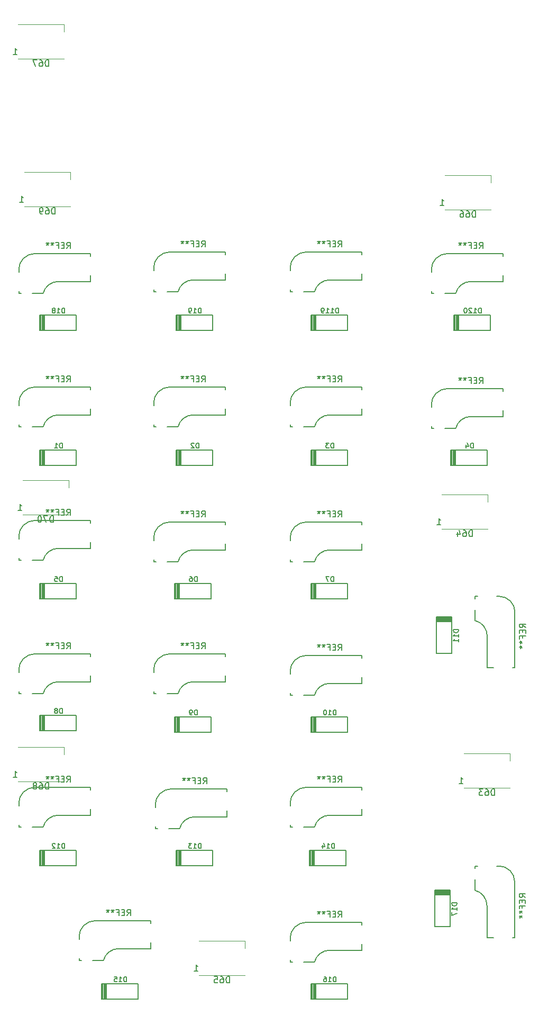
<source format=gbo>
G04 #@! TF.GenerationSoftware,KiCad,Pcbnew,(5.1.6)-1*
G04 #@! TF.CreationDate,2020-06-08T17:18:55+12:00*
G04 #@! TF.ProjectId,discipad-pcb,64697363-6970-4616-942d-7063622e6b69,rev?*
G04 #@! TF.SameCoordinates,Original*
G04 #@! TF.FileFunction,Legend,Bot*
G04 #@! TF.FilePolarity,Positive*
%FSLAX46Y46*%
G04 Gerber Fmt 4.6, Leading zero omitted, Abs format (unit mm)*
G04 Created by KiCad (PCBNEW (5.1.6)-1) date 2020-06-08 17:18:55*
%MOMM*%
%LPD*%
G01*
G04 APERTURE LIST*
%ADD10C,0.150000*%
%ADD11C,0.120000*%
%ADD12C,0.200000*%
G04 APERTURE END LIST*
D10*
X3862493Y-61774493D02*
X3862493Y-62155493D01*
X15292493Y-59234493D02*
X15292493Y-60250493D01*
X15292493Y-60250493D02*
X10212493Y-60250493D01*
X7748331Y-62155493D02*
X6021493Y-62155493D01*
X4243493Y-62155493D02*
X3862493Y-62155493D01*
X3862493Y-58345493D02*
X3862493Y-58726493D01*
X6402493Y-55805493D02*
X15292493Y-55805493D01*
X15292493Y-55805493D02*
X15292493Y-56186493D01*
X7748331Y-62174453D02*
G75*
G02*
X10212493Y-60250493I2464162J-616040D01*
G01*
X3862493Y-58345493D02*
G75*
G02*
X6402493Y-55805493I2540000J0D01*
G01*
X69902493Y-83364493D02*
X69902493Y-83745493D01*
X81332493Y-80824493D02*
X81332493Y-81840493D01*
X81332493Y-81840493D02*
X76252493Y-81840493D01*
X73788331Y-83745493D02*
X72061493Y-83745493D01*
X70283493Y-83745493D02*
X69902493Y-83745493D01*
X69902493Y-79935493D02*
X69902493Y-80316493D01*
X72442493Y-77395493D02*
X81332493Y-77395493D01*
X81332493Y-77395493D02*
X81332493Y-77776493D01*
X73788331Y-83764453D02*
G75*
G02*
X76252493Y-81840493I2464162J-616040D01*
G01*
X69902493Y-79935493D02*
G75*
G02*
X72442493Y-77395493I2540000J0D01*
G01*
X77304493Y-110589493D02*
X76923493Y-110589493D01*
X79844493Y-122019493D02*
X78828493Y-122019493D01*
X78828493Y-122019493D02*
X78828493Y-116939493D01*
X76923493Y-114475331D02*
X76923493Y-112748493D01*
X76923493Y-110970493D02*
X76923493Y-110589493D01*
X80733493Y-110589493D02*
X80352493Y-110589493D01*
X83273493Y-113129493D02*
X83273493Y-122019493D01*
X83273493Y-122019493D02*
X82892493Y-122019493D01*
X76904533Y-114475331D02*
G75*
G02*
X78828493Y-116939493I-616040J-2464162D01*
G01*
X80733493Y-110589493D02*
G75*
G02*
X83273493Y-113129493I0J-2540000D01*
G01*
X77268493Y-153722493D02*
X76887493Y-153722493D01*
X79808493Y-165152493D02*
X78792493Y-165152493D01*
X78792493Y-165152493D02*
X78792493Y-160072493D01*
X76887493Y-157608331D02*
X76887493Y-155881493D01*
X76887493Y-154103493D02*
X76887493Y-153722493D01*
X80697493Y-153722493D02*
X80316493Y-153722493D01*
X83237493Y-156262493D02*
X83237493Y-165152493D01*
X83237493Y-165152493D02*
X82856493Y-165152493D01*
X76868533Y-157608331D02*
G75*
G02*
X78792493Y-160072493I-616040J-2464162D01*
G01*
X80697493Y-153722493D02*
G75*
G02*
X83237493Y-156262493I0J-2540000D01*
G01*
X47296493Y-168708493D02*
X47296493Y-169089493D01*
X58726493Y-166168493D02*
X58726493Y-167184493D01*
X58726493Y-167184493D02*
X53646493Y-167184493D01*
X51182331Y-169089493D02*
X49455493Y-169089493D01*
X47677493Y-169089493D02*
X47296493Y-169089493D01*
X47296493Y-165279493D02*
X47296493Y-165660493D01*
X49836493Y-162739493D02*
X58726493Y-162739493D01*
X58726493Y-162739493D02*
X58726493Y-163120493D01*
X51182331Y-169108453D02*
G75*
G02*
X53646493Y-167184493I2464162J-616040D01*
G01*
X47296493Y-165279493D02*
G75*
G02*
X49836493Y-162739493I2540000J0D01*
G01*
X47296493Y-126036493D02*
X47296493Y-126417493D01*
X58726493Y-123496493D02*
X58726493Y-124512493D01*
X58726493Y-124512493D02*
X53646493Y-124512493D01*
X51182331Y-126417493D02*
X49455493Y-126417493D01*
X47677493Y-126417493D02*
X47296493Y-126417493D01*
X47296493Y-122607493D02*
X47296493Y-122988493D01*
X49836493Y-120067493D02*
X58726493Y-120067493D01*
X58726493Y-120067493D02*
X58726493Y-120448493D01*
X51182331Y-126436453D02*
G75*
G02*
X53646493Y-124512493I2464162J-616040D01*
G01*
X47296493Y-122607493D02*
G75*
G02*
X49836493Y-120067493I2540000J0D01*
G01*
X47296493Y-104700493D02*
X47296493Y-105081493D01*
X58726493Y-102160493D02*
X58726493Y-103176493D01*
X58726493Y-103176493D02*
X53646493Y-103176493D01*
X51182331Y-105081493D02*
X49455493Y-105081493D01*
X47677493Y-105081493D02*
X47296493Y-105081493D01*
X47296493Y-101271493D02*
X47296493Y-101652493D01*
X49836493Y-98731493D02*
X58726493Y-98731493D01*
X58726493Y-98731493D02*
X58726493Y-99112493D01*
X51182331Y-105100453D02*
G75*
G02*
X53646493Y-103176493I2464162J-616040D01*
G01*
X47296493Y-101271493D02*
G75*
G02*
X49836493Y-98731493I2540000J0D01*
G01*
X47296493Y-83110493D02*
X47296493Y-83491493D01*
X58726493Y-80570493D02*
X58726493Y-81586493D01*
X58726493Y-81586493D02*
X53646493Y-81586493D01*
X51182331Y-83491493D02*
X49455493Y-83491493D01*
X47677493Y-83491493D02*
X47296493Y-83491493D01*
X47296493Y-79681493D02*
X47296493Y-80062493D01*
X49836493Y-77141493D02*
X58726493Y-77141493D01*
X58726493Y-77141493D02*
X58726493Y-77522493D01*
X51182331Y-83510453D02*
G75*
G02*
X53646493Y-81586493I2464162J-616040D01*
G01*
X47296493Y-79681493D02*
G75*
G02*
X49836493Y-77141493I2540000J0D01*
G01*
X47296493Y-61520493D02*
X47296493Y-61901493D01*
X58726493Y-58980493D02*
X58726493Y-59996493D01*
X58726493Y-59996493D02*
X53646493Y-59996493D01*
X51182331Y-61901493D02*
X49455493Y-61901493D01*
X47677493Y-61901493D02*
X47296493Y-61901493D01*
X47296493Y-58091493D02*
X47296493Y-58472493D01*
X49836493Y-55551493D02*
X58726493Y-55551493D01*
X58726493Y-55551493D02*
X58726493Y-55932493D01*
X51182331Y-61920453D02*
G75*
G02*
X53646493Y-59996493I2464162J-616040D01*
G01*
X47296493Y-58091493D02*
G75*
G02*
X49836493Y-55551493I2540000J0D01*
G01*
X25706493Y-147372493D02*
X25706493Y-147753493D01*
X37136493Y-144832493D02*
X37136493Y-145848493D01*
X37136493Y-145848493D02*
X32056493Y-145848493D01*
X29592331Y-147753493D02*
X27865493Y-147753493D01*
X26087493Y-147753493D02*
X25706493Y-147753493D01*
X25706493Y-143943493D02*
X25706493Y-144324493D01*
X28246493Y-141403493D02*
X37136493Y-141403493D01*
X37136493Y-141403493D02*
X37136493Y-141784493D01*
X29592331Y-147772453D02*
G75*
G02*
X32056493Y-145848493I2464162J-616040D01*
G01*
X25706493Y-143943493D02*
G75*
G02*
X28246493Y-141403493I2540000J0D01*
G01*
X25452493Y-125782493D02*
X25452493Y-126163493D01*
X36882493Y-123242493D02*
X36882493Y-124258493D01*
X36882493Y-124258493D02*
X31802493Y-124258493D01*
X29338331Y-126163493D02*
X27611493Y-126163493D01*
X25833493Y-126163493D02*
X25452493Y-126163493D01*
X25452493Y-122353493D02*
X25452493Y-122734493D01*
X27992493Y-119813493D02*
X36882493Y-119813493D01*
X36882493Y-119813493D02*
X36882493Y-120194493D01*
X29338331Y-126182453D02*
G75*
G02*
X31802493Y-124258493I2464162J-616040D01*
G01*
X25452493Y-122353493D02*
G75*
G02*
X27992493Y-119813493I2540000J0D01*
G01*
X25452493Y-104700493D02*
X25452493Y-105081493D01*
X36882493Y-102160493D02*
X36882493Y-103176493D01*
X36882493Y-103176493D02*
X31802493Y-103176493D01*
X29338331Y-105081493D02*
X27611493Y-105081493D01*
X25833493Y-105081493D02*
X25452493Y-105081493D01*
X25452493Y-101271493D02*
X25452493Y-101652493D01*
X27992493Y-98731493D02*
X36882493Y-98731493D01*
X36882493Y-98731493D02*
X36882493Y-99112493D01*
X29338331Y-105100453D02*
G75*
G02*
X31802493Y-103176493I2464162J-616040D01*
G01*
X25452493Y-101271493D02*
G75*
G02*
X27992493Y-98731493I2540000J0D01*
G01*
X25452493Y-83110493D02*
X25452493Y-83491493D01*
X36882493Y-80570493D02*
X36882493Y-81586493D01*
X36882493Y-81586493D02*
X31802493Y-81586493D01*
X29338331Y-83491493D02*
X27611493Y-83491493D01*
X25833493Y-83491493D02*
X25452493Y-83491493D01*
X25452493Y-79681493D02*
X25452493Y-80062493D01*
X27992493Y-77141493D02*
X36882493Y-77141493D01*
X36882493Y-77141493D02*
X36882493Y-77522493D01*
X29338331Y-83510453D02*
G75*
G02*
X31802493Y-81586493I2464162J-616040D01*
G01*
X25452493Y-79681493D02*
G75*
G02*
X27992493Y-77141493I2540000J0D01*
G01*
X3862493Y-147118493D02*
X3862493Y-147499493D01*
X15292493Y-144578493D02*
X15292493Y-145594493D01*
X15292493Y-145594493D02*
X10212493Y-145594493D01*
X7748331Y-147499493D02*
X6021493Y-147499493D01*
X4243493Y-147499493D02*
X3862493Y-147499493D01*
X3862493Y-143689493D02*
X3862493Y-144070493D01*
X6402493Y-141149493D02*
X15292493Y-141149493D01*
X15292493Y-141149493D02*
X15292493Y-141530493D01*
X7748331Y-147518453D02*
G75*
G02*
X10212493Y-145594493I2464162J-616040D01*
G01*
X3862493Y-143689493D02*
G75*
G02*
X6402493Y-141149493I2540000J0D01*
G01*
X13514493Y-168454493D02*
X13514493Y-168835493D01*
X24944493Y-165914493D02*
X24944493Y-166930493D01*
X24944493Y-166930493D02*
X19864493Y-166930493D01*
X17400331Y-168835493D02*
X15673493Y-168835493D01*
X13895493Y-168835493D02*
X13514493Y-168835493D01*
X13514493Y-165025493D02*
X13514493Y-165406493D01*
X16054493Y-162485493D02*
X24944493Y-162485493D01*
X24944493Y-162485493D02*
X24944493Y-162866493D01*
X17400331Y-168854453D02*
G75*
G02*
X19864493Y-166930493I2464162J-616040D01*
G01*
X13514493Y-165025493D02*
G75*
G02*
X16054493Y-162485493I2540000J0D01*
G01*
X47296493Y-147118493D02*
X47296493Y-147499493D01*
X58726493Y-144578493D02*
X58726493Y-145594493D01*
X58726493Y-145594493D02*
X53646493Y-145594493D01*
X51182331Y-147499493D02*
X49455493Y-147499493D01*
X47677493Y-147499493D02*
X47296493Y-147499493D01*
X47296493Y-143689493D02*
X47296493Y-144070493D01*
X49836493Y-141149493D02*
X58726493Y-141149493D01*
X58726493Y-141149493D02*
X58726493Y-141530493D01*
X51182331Y-147518453D02*
G75*
G02*
X53646493Y-145594493I2464162J-616040D01*
G01*
X47296493Y-143689493D02*
G75*
G02*
X49836493Y-141149493I2540000J0D01*
G01*
X3862493Y-125782493D02*
X3862493Y-126163493D01*
X15292493Y-123242493D02*
X15292493Y-124258493D01*
X15292493Y-124258493D02*
X10212493Y-124258493D01*
X7748331Y-126163493D02*
X6021493Y-126163493D01*
X4243493Y-126163493D02*
X3862493Y-126163493D01*
X3862493Y-122353493D02*
X3862493Y-122734493D01*
X6402493Y-119813493D02*
X15292493Y-119813493D01*
X15292493Y-119813493D02*
X15292493Y-120194493D01*
X7748331Y-126182453D02*
G75*
G02*
X10212493Y-124258493I2464162J-616040D01*
G01*
X3862493Y-122353493D02*
G75*
G02*
X6402493Y-119813493I2540000J0D01*
G01*
X3862493Y-104446493D02*
X3862493Y-104827493D01*
X15292493Y-101906493D02*
X15292493Y-102922493D01*
X15292493Y-102922493D02*
X10212493Y-102922493D01*
X7748331Y-104827493D02*
X6021493Y-104827493D01*
X4243493Y-104827493D02*
X3862493Y-104827493D01*
X3862493Y-101017493D02*
X3862493Y-101398493D01*
X6402493Y-98477493D02*
X15292493Y-98477493D01*
X15292493Y-98477493D02*
X15292493Y-98858493D01*
X7748331Y-104846453D02*
G75*
G02*
X10212493Y-102922493I2464162J-616040D01*
G01*
X3862493Y-101017493D02*
G75*
G02*
X6402493Y-98477493I2540000J0D01*
G01*
X3862493Y-83110493D02*
X3862493Y-83491493D01*
X15292493Y-80570493D02*
X15292493Y-81586493D01*
X15292493Y-81586493D02*
X10212493Y-81586493D01*
X7748331Y-83491493D02*
X6021493Y-83491493D01*
X4243493Y-83491493D02*
X3862493Y-83491493D01*
X3862493Y-79681493D02*
X3862493Y-80062493D01*
X6402493Y-77141493D02*
X15292493Y-77141493D01*
X15292493Y-77141493D02*
X15292493Y-77522493D01*
X7748331Y-83510453D02*
G75*
G02*
X10212493Y-81586493I2464162J-616040D01*
G01*
X3862493Y-79681493D02*
G75*
G02*
X6402493Y-77141493I2540000J0D01*
G01*
X25452493Y-61520493D02*
X25452493Y-61901493D01*
X36882493Y-58980493D02*
X36882493Y-59996493D01*
X36882493Y-59996493D02*
X31802493Y-59996493D01*
X29338331Y-61901493D02*
X27611493Y-61901493D01*
X25833493Y-61901493D02*
X25452493Y-61901493D01*
X25452493Y-58091493D02*
X25452493Y-58472493D01*
X27992493Y-55551493D02*
X36882493Y-55551493D01*
X36882493Y-55551493D02*
X36882493Y-55932493D01*
X29338331Y-61920453D02*
G75*
G02*
X31802493Y-59996493I2464162J-616040D01*
G01*
X25452493Y-58091493D02*
G75*
G02*
X27992493Y-55551493I2540000J0D01*
G01*
X69902493Y-61774493D02*
X69902493Y-62155493D01*
X81332493Y-59234493D02*
X81332493Y-60250493D01*
X81332493Y-60250493D02*
X76252493Y-60250493D01*
X73788331Y-62155493D02*
X72061493Y-62155493D01*
X70283493Y-62155493D02*
X69902493Y-62155493D01*
X69902493Y-58345493D02*
X69902493Y-58726493D01*
X72442493Y-55805493D02*
X81332493Y-55805493D01*
X81332493Y-55805493D02*
X81332493Y-56186493D01*
X73788331Y-62174453D02*
G75*
G02*
X76252493Y-60250493I2464162J-616040D01*
G01*
X69902493Y-58345493D02*
G75*
G02*
X72442493Y-55805493I2540000J0D01*
G01*
D11*
X4530493Y-97544493D02*
X11830493Y-97544493D01*
X4530493Y-92044493D02*
X11830493Y-92044493D01*
X11830493Y-92044493D02*
X11830493Y-93194493D01*
X4784493Y-48268493D02*
X12084493Y-48268493D01*
X4784493Y-42768493D02*
X12084493Y-42768493D01*
X12084493Y-42768493D02*
X12084493Y-43918493D01*
X3768493Y-140216493D02*
X11068493Y-140216493D01*
X3768493Y-134716493D02*
X11068493Y-134716493D01*
X11068493Y-134716493D02*
X11068493Y-135866493D01*
X3768493Y-24646493D02*
X11068493Y-24646493D01*
X3768493Y-19146493D02*
X11068493Y-19146493D01*
X11068493Y-19146493D02*
X11068493Y-20296493D01*
X72094493Y-48776493D02*
X79394493Y-48776493D01*
X72094493Y-43276493D02*
X79394493Y-43276493D01*
X79394493Y-43276493D02*
X79394493Y-44426493D01*
X32724493Y-171204493D02*
X40024493Y-171204493D01*
X32724493Y-165704493D02*
X40024493Y-165704493D01*
X40024493Y-165704493D02*
X40024493Y-166854493D01*
X71586493Y-99830493D02*
X78886493Y-99830493D01*
X71586493Y-94330493D02*
X78886493Y-94330493D01*
X78886493Y-94330493D02*
X78886493Y-95480493D01*
X75142493Y-141232493D02*
X82442493Y-141232493D01*
X75142493Y-135732493D02*
X82442493Y-135732493D01*
X82442493Y-135732493D02*
X82442493Y-136882493D01*
D12*
X79306493Y-65654493D02*
X73506493Y-65654493D01*
X79306493Y-68054493D02*
X79306493Y-65654493D01*
X73506493Y-68054493D02*
X79306493Y-68054493D01*
X73581493Y-68054493D02*
X73581493Y-65654493D01*
X73706493Y-68054493D02*
X73706493Y-65654493D01*
X73481493Y-65654493D02*
X73481493Y-68054493D01*
X73881493Y-68054493D02*
X73881493Y-65654493D01*
X74056493Y-68054493D02*
X74056493Y-65654493D01*
X74231493Y-68054493D02*
X74231493Y-65654493D01*
X56446493Y-65654493D02*
X50646493Y-65654493D01*
X56446493Y-68054493D02*
X56446493Y-65654493D01*
X50646493Y-68054493D02*
X56446493Y-68054493D01*
X50721493Y-68054493D02*
X50721493Y-65654493D01*
X50846493Y-68054493D02*
X50846493Y-65654493D01*
X50621493Y-65654493D02*
X50621493Y-68054493D01*
X51021493Y-68054493D02*
X51021493Y-65654493D01*
X51196493Y-68054493D02*
X51196493Y-65654493D01*
X51371493Y-68054493D02*
X51371493Y-65654493D01*
X34856493Y-65654493D02*
X29056493Y-65654493D01*
X34856493Y-68054493D02*
X34856493Y-65654493D01*
X29056493Y-68054493D02*
X34856493Y-68054493D01*
X29131493Y-68054493D02*
X29131493Y-65654493D01*
X29256493Y-68054493D02*
X29256493Y-65654493D01*
X29031493Y-65654493D02*
X29031493Y-68054493D01*
X29431493Y-68054493D02*
X29431493Y-65654493D01*
X29606493Y-68054493D02*
X29606493Y-65654493D01*
X29781493Y-68054493D02*
X29781493Y-65654493D01*
X13012493Y-65654493D02*
X7212493Y-65654493D01*
X13012493Y-68054493D02*
X13012493Y-65654493D01*
X7212493Y-68054493D02*
X13012493Y-68054493D01*
X7287493Y-68054493D02*
X7287493Y-65654493D01*
X7412493Y-68054493D02*
X7412493Y-65654493D01*
X7187493Y-65654493D02*
X7187493Y-68054493D01*
X7587493Y-68054493D02*
X7587493Y-65654493D01*
X7762493Y-68054493D02*
X7762493Y-65654493D01*
X7937493Y-68054493D02*
X7937493Y-65654493D01*
X7937493Y-89644493D02*
X7937493Y-87244493D01*
X7762493Y-89644493D02*
X7762493Y-87244493D01*
X7587493Y-89644493D02*
X7587493Y-87244493D01*
X7187493Y-87244493D02*
X7187493Y-89644493D01*
X7412493Y-89644493D02*
X7412493Y-87244493D01*
X7287493Y-89644493D02*
X7287493Y-87244493D01*
X7212493Y-89644493D02*
X13012493Y-89644493D01*
X13012493Y-89644493D02*
X13012493Y-87244493D01*
X13012493Y-87244493D02*
X7212493Y-87244493D01*
X29781493Y-89644493D02*
X29781493Y-87244493D01*
X29606493Y-89644493D02*
X29606493Y-87244493D01*
X29431493Y-89644493D02*
X29431493Y-87244493D01*
X29031493Y-87244493D02*
X29031493Y-89644493D01*
X29256493Y-89644493D02*
X29256493Y-87244493D01*
X29131493Y-89644493D02*
X29131493Y-87244493D01*
X29056493Y-89644493D02*
X34856493Y-89644493D01*
X34856493Y-89644493D02*
X34856493Y-87244493D01*
X34856493Y-87244493D02*
X29056493Y-87244493D01*
X51371493Y-89644493D02*
X51371493Y-87244493D01*
X51196493Y-89644493D02*
X51196493Y-87244493D01*
X51021493Y-89644493D02*
X51021493Y-87244493D01*
X50621493Y-87244493D02*
X50621493Y-89644493D01*
X50846493Y-89644493D02*
X50846493Y-87244493D01*
X50721493Y-89644493D02*
X50721493Y-87244493D01*
X50646493Y-89644493D02*
X56446493Y-89644493D01*
X56446493Y-89644493D02*
X56446493Y-87244493D01*
X56446493Y-87244493D02*
X50646493Y-87244493D01*
X73723493Y-89644493D02*
X73723493Y-87244493D01*
X73548493Y-89644493D02*
X73548493Y-87244493D01*
X73373493Y-89644493D02*
X73373493Y-87244493D01*
X72973493Y-87244493D02*
X72973493Y-89644493D01*
X73198493Y-89644493D02*
X73198493Y-87244493D01*
X73073493Y-89644493D02*
X73073493Y-87244493D01*
X72998493Y-89644493D02*
X78798493Y-89644493D01*
X78798493Y-89644493D02*
X78798493Y-87244493D01*
X78798493Y-87244493D02*
X72998493Y-87244493D01*
X13012493Y-108580493D02*
X7212493Y-108580493D01*
X13012493Y-110980493D02*
X13012493Y-108580493D01*
X7212493Y-110980493D02*
X13012493Y-110980493D01*
X7287493Y-110980493D02*
X7287493Y-108580493D01*
X7412493Y-110980493D02*
X7412493Y-108580493D01*
X7187493Y-108580493D02*
X7187493Y-110980493D01*
X7587493Y-110980493D02*
X7587493Y-108580493D01*
X7762493Y-110980493D02*
X7762493Y-108580493D01*
X7937493Y-110980493D02*
X7937493Y-108580493D01*
X29527493Y-110980493D02*
X29527493Y-108580493D01*
X29352493Y-110980493D02*
X29352493Y-108580493D01*
X29177493Y-110980493D02*
X29177493Y-108580493D01*
X28777493Y-108580493D02*
X28777493Y-110980493D01*
X29002493Y-110980493D02*
X29002493Y-108580493D01*
X28877493Y-110980493D02*
X28877493Y-108580493D01*
X28802493Y-110980493D02*
X34602493Y-110980493D01*
X34602493Y-110980493D02*
X34602493Y-108580493D01*
X34602493Y-108580493D02*
X28802493Y-108580493D01*
X51371493Y-110980493D02*
X51371493Y-108580493D01*
X51196493Y-110980493D02*
X51196493Y-108580493D01*
X51021493Y-110980493D02*
X51021493Y-108580493D01*
X50621493Y-108580493D02*
X50621493Y-110980493D01*
X50846493Y-110980493D02*
X50846493Y-108580493D01*
X50721493Y-110980493D02*
X50721493Y-108580493D01*
X50646493Y-110980493D02*
X56446493Y-110980493D01*
X56446493Y-110980493D02*
X56446493Y-108580493D01*
X56446493Y-108580493D02*
X50646493Y-108580493D01*
X7937493Y-132062493D02*
X7937493Y-129662493D01*
X7762493Y-132062493D02*
X7762493Y-129662493D01*
X7587493Y-132062493D02*
X7587493Y-129662493D01*
X7187493Y-129662493D02*
X7187493Y-132062493D01*
X7412493Y-132062493D02*
X7412493Y-129662493D01*
X7287493Y-132062493D02*
X7287493Y-129662493D01*
X7212493Y-132062493D02*
X13012493Y-132062493D01*
X13012493Y-132062493D02*
X13012493Y-129662493D01*
X13012493Y-129662493D02*
X7212493Y-129662493D01*
X29527493Y-132316493D02*
X29527493Y-129916493D01*
X29352493Y-132316493D02*
X29352493Y-129916493D01*
X29177493Y-132316493D02*
X29177493Y-129916493D01*
X28777493Y-129916493D02*
X28777493Y-132316493D01*
X29002493Y-132316493D02*
X29002493Y-129916493D01*
X28877493Y-132316493D02*
X28877493Y-129916493D01*
X28802493Y-132316493D02*
X34602493Y-132316493D01*
X34602493Y-132316493D02*
X34602493Y-129916493D01*
X34602493Y-129916493D02*
X28802493Y-129916493D01*
X56446493Y-129916493D02*
X50646493Y-129916493D01*
X56446493Y-132316493D02*
X56446493Y-129916493D01*
X50646493Y-132316493D02*
X56446493Y-132316493D01*
X50721493Y-132316493D02*
X50721493Y-129916493D01*
X50846493Y-132316493D02*
X50846493Y-129916493D01*
X50621493Y-129916493D02*
X50621493Y-132316493D01*
X51021493Y-132316493D02*
X51021493Y-129916493D01*
X51196493Y-132316493D02*
X51196493Y-129916493D01*
X51371493Y-132316493D02*
X51371493Y-129916493D01*
X73134493Y-119692493D02*
X73134493Y-113892493D01*
X70734493Y-119692493D02*
X73134493Y-119692493D01*
X70734493Y-113892493D02*
X70734493Y-119692493D01*
X70734493Y-113967493D02*
X73134493Y-113967493D01*
X70734493Y-114092493D02*
X73134493Y-114092493D01*
X73134493Y-113867493D02*
X70734493Y-113867493D01*
X70734493Y-114267493D02*
X73134493Y-114267493D01*
X70734493Y-114442493D02*
X73134493Y-114442493D01*
X70734493Y-114617493D02*
X73134493Y-114617493D01*
X13012493Y-151252493D02*
X7212493Y-151252493D01*
X13012493Y-153652493D02*
X13012493Y-151252493D01*
X7212493Y-153652493D02*
X13012493Y-153652493D01*
X7287493Y-153652493D02*
X7287493Y-151252493D01*
X7412493Y-153652493D02*
X7412493Y-151252493D01*
X7187493Y-151252493D02*
X7187493Y-153652493D01*
X7587493Y-153652493D02*
X7587493Y-151252493D01*
X7762493Y-153652493D02*
X7762493Y-151252493D01*
X7937493Y-153652493D02*
X7937493Y-151252493D01*
X29781493Y-153652493D02*
X29781493Y-151252493D01*
X29606493Y-153652493D02*
X29606493Y-151252493D01*
X29431493Y-153652493D02*
X29431493Y-151252493D01*
X29031493Y-151252493D02*
X29031493Y-153652493D01*
X29256493Y-153652493D02*
X29256493Y-151252493D01*
X29131493Y-153652493D02*
X29131493Y-151252493D01*
X29056493Y-153652493D02*
X34856493Y-153652493D01*
X34856493Y-153652493D02*
X34856493Y-151252493D01*
X34856493Y-151252493D02*
X29056493Y-151252493D01*
X56192493Y-151252493D02*
X50392493Y-151252493D01*
X56192493Y-153652493D02*
X56192493Y-151252493D01*
X50392493Y-153652493D02*
X56192493Y-153652493D01*
X50467493Y-153652493D02*
X50467493Y-151252493D01*
X50592493Y-153652493D02*
X50592493Y-151252493D01*
X50367493Y-151252493D02*
X50367493Y-153652493D01*
X50767493Y-153652493D02*
X50767493Y-151252493D01*
X50942493Y-153652493D02*
X50942493Y-151252493D01*
X51117493Y-153652493D02*
X51117493Y-151252493D01*
X22918493Y-172588493D02*
X17118493Y-172588493D01*
X22918493Y-174988493D02*
X22918493Y-172588493D01*
X17118493Y-174988493D02*
X22918493Y-174988493D01*
X17193493Y-174988493D02*
X17193493Y-172588493D01*
X17318493Y-174988493D02*
X17318493Y-172588493D01*
X17093493Y-172588493D02*
X17093493Y-174988493D01*
X17493493Y-174988493D02*
X17493493Y-172588493D01*
X17668493Y-174988493D02*
X17668493Y-172588493D01*
X17843493Y-174988493D02*
X17843493Y-172588493D01*
X56446493Y-172588493D02*
X50646493Y-172588493D01*
X56446493Y-174988493D02*
X56446493Y-172588493D01*
X50646493Y-174988493D02*
X56446493Y-174988493D01*
X50721493Y-174988493D02*
X50721493Y-172588493D01*
X50846493Y-174988493D02*
X50846493Y-172588493D01*
X50621493Y-172588493D02*
X50621493Y-174988493D01*
X51021493Y-174988493D02*
X51021493Y-172588493D01*
X51196493Y-174988493D02*
X51196493Y-172588493D01*
X51371493Y-174988493D02*
X51371493Y-172588493D01*
X72880493Y-163380493D02*
X72880493Y-157580493D01*
X70480493Y-163380493D02*
X72880493Y-163380493D01*
X70480493Y-157580493D02*
X70480493Y-163380493D01*
X70480493Y-157655493D02*
X72880493Y-157655493D01*
X70480493Y-157780493D02*
X72880493Y-157780493D01*
X72880493Y-157555493D02*
X70480493Y-157555493D01*
X70480493Y-157955493D02*
X72880493Y-157955493D01*
X70480493Y-158130493D02*
X72880493Y-158130493D01*
X70480493Y-158305493D02*
X72880493Y-158305493D01*
D10*
X11545826Y-54987873D02*
X11879159Y-54511683D01*
X12117254Y-54987873D02*
X12117254Y-53987873D01*
X11736302Y-53987873D01*
X11641064Y-54035493D01*
X11593445Y-54083112D01*
X11545826Y-54178350D01*
X11545826Y-54321207D01*
X11593445Y-54416445D01*
X11641064Y-54464064D01*
X11736302Y-54511683D01*
X12117254Y-54511683D01*
X11117254Y-54464064D02*
X10783921Y-54464064D01*
X10641064Y-54987873D02*
X11117254Y-54987873D01*
X11117254Y-53987873D01*
X10641064Y-53987873D01*
X9879159Y-54464064D02*
X10212493Y-54464064D01*
X10212493Y-54987873D02*
X10212493Y-53987873D01*
X9736302Y-53987873D01*
X9212493Y-53987873D02*
X9212493Y-54225969D01*
X9450588Y-54130731D02*
X9212493Y-54225969D01*
X8974397Y-54130731D01*
X9355350Y-54416445D02*
X9212493Y-54225969D01*
X9069635Y-54416445D01*
X8450588Y-53987873D02*
X8450588Y-54225969D01*
X8688683Y-54130731D02*
X8450588Y-54225969D01*
X8212493Y-54130731D01*
X8593445Y-54416445D02*
X8450588Y-54225969D01*
X8307731Y-54416445D01*
X77585826Y-76577873D02*
X77919159Y-76101683D01*
X78157254Y-76577873D02*
X78157254Y-75577873D01*
X77776302Y-75577873D01*
X77681064Y-75625493D01*
X77633445Y-75673112D01*
X77585826Y-75768350D01*
X77585826Y-75911207D01*
X77633445Y-76006445D01*
X77681064Y-76054064D01*
X77776302Y-76101683D01*
X78157254Y-76101683D01*
X77157254Y-76054064D02*
X76823921Y-76054064D01*
X76681064Y-76577873D02*
X77157254Y-76577873D01*
X77157254Y-75577873D01*
X76681064Y-75577873D01*
X75919159Y-76054064D02*
X76252493Y-76054064D01*
X76252493Y-76577873D02*
X76252493Y-75577873D01*
X75776302Y-75577873D01*
X75252493Y-75577873D02*
X75252493Y-75815969D01*
X75490588Y-75720731D02*
X75252493Y-75815969D01*
X75014397Y-75720731D01*
X75395350Y-76006445D02*
X75252493Y-75815969D01*
X75109635Y-76006445D01*
X74490588Y-75577873D02*
X74490588Y-75815969D01*
X74728683Y-75720731D02*
X74490588Y-75815969D01*
X74252493Y-75720731D01*
X74633445Y-76006445D02*
X74490588Y-75815969D01*
X74347731Y-76006445D01*
X84995873Y-115606159D02*
X84519683Y-115272826D01*
X84995873Y-115034731D02*
X83995873Y-115034731D01*
X83995873Y-115415683D01*
X84043493Y-115510921D01*
X84091112Y-115558540D01*
X84186350Y-115606159D01*
X84329207Y-115606159D01*
X84424445Y-115558540D01*
X84472064Y-115510921D01*
X84519683Y-115415683D01*
X84519683Y-115034731D01*
X84472064Y-116034731D02*
X84472064Y-116368064D01*
X84995873Y-116510921D02*
X84995873Y-116034731D01*
X83995873Y-116034731D01*
X83995873Y-116510921D01*
X84472064Y-117272826D02*
X84472064Y-116939493D01*
X84995873Y-116939493D02*
X83995873Y-116939493D01*
X83995873Y-117415683D01*
X83995873Y-117939493D02*
X84233969Y-117939493D01*
X84138731Y-117701397D02*
X84233969Y-117939493D01*
X84138731Y-118177588D01*
X84424445Y-117796635D02*
X84233969Y-117939493D01*
X84424445Y-118082350D01*
X83995873Y-118701397D02*
X84233969Y-118701397D01*
X84138731Y-118463302D02*
X84233969Y-118701397D01*
X84138731Y-118939493D01*
X84424445Y-118558540D02*
X84233969Y-118701397D01*
X84424445Y-118844254D01*
X84959873Y-158739159D02*
X84483683Y-158405826D01*
X84959873Y-158167731D02*
X83959873Y-158167731D01*
X83959873Y-158548683D01*
X84007493Y-158643921D01*
X84055112Y-158691540D01*
X84150350Y-158739159D01*
X84293207Y-158739159D01*
X84388445Y-158691540D01*
X84436064Y-158643921D01*
X84483683Y-158548683D01*
X84483683Y-158167731D01*
X84436064Y-159167731D02*
X84436064Y-159501064D01*
X84959873Y-159643921D02*
X84959873Y-159167731D01*
X83959873Y-159167731D01*
X83959873Y-159643921D01*
X84436064Y-160405826D02*
X84436064Y-160072493D01*
X84959873Y-160072493D02*
X83959873Y-160072493D01*
X83959873Y-160548683D01*
X83959873Y-161072493D02*
X84197969Y-161072493D01*
X84102731Y-160834397D02*
X84197969Y-161072493D01*
X84102731Y-161310588D01*
X84388445Y-160929635D02*
X84197969Y-161072493D01*
X84388445Y-161215350D01*
X83959873Y-161834397D02*
X84197969Y-161834397D01*
X84102731Y-161596302D02*
X84197969Y-161834397D01*
X84102731Y-162072493D01*
X84388445Y-161691540D02*
X84197969Y-161834397D01*
X84388445Y-161977254D01*
X54979826Y-161921873D02*
X55313159Y-161445683D01*
X55551254Y-161921873D02*
X55551254Y-160921873D01*
X55170302Y-160921873D01*
X55075064Y-160969493D01*
X55027445Y-161017112D01*
X54979826Y-161112350D01*
X54979826Y-161255207D01*
X55027445Y-161350445D01*
X55075064Y-161398064D01*
X55170302Y-161445683D01*
X55551254Y-161445683D01*
X54551254Y-161398064D02*
X54217921Y-161398064D01*
X54075064Y-161921873D02*
X54551254Y-161921873D01*
X54551254Y-160921873D01*
X54075064Y-160921873D01*
X53313159Y-161398064D02*
X53646493Y-161398064D01*
X53646493Y-161921873D02*
X53646493Y-160921873D01*
X53170302Y-160921873D01*
X52646493Y-160921873D02*
X52646493Y-161159969D01*
X52884588Y-161064731D02*
X52646493Y-161159969D01*
X52408397Y-161064731D01*
X52789350Y-161350445D02*
X52646493Y-161159969D01*
X52503635Y-161350445D01*
X51884588Y-160921873D02*
X51884588Y-161159969D01*
X52122683Y-161064731D02*
X51884588Y-161159969D01*
X51646493Y-161064731D01*
X52027445Y-161350445D02*
X51884588Y-161159969D01*
X51741731Y-161350445D01*
X54979826Y-119249873D02*
X55313159Y-118773683D01*
X55551254Y-119249873D02*
X55551254Y-118249873D01*
X55170302Y-118249873D01*
X55075064Y-118297493D01*
X55027445Y-118345112D01*
X54979826Y-118440350D01*
X54979826Y-118583207D01*
X55027445Y-118678445D01*
X55075064Y-118726064D01*
X55170302Y-118773683D01*
X55551254Y-118773683D01*
X54551254Y-118726064D02*
X54217921Y-118726064D01*
X54075064Y-119249873D02*
X54551254Y-119249873D01*
X54551254Y-118249873D01*
X54075064Y-118249873D01*
X53313159Y-118726064D02*
X53646493Y-118726064D01*
X53646493Y-119249873D02*
X53646493Y-118249873D01*
X53170302Y-118249873D01*
X52646493Y-118249873D02*
X52646493Y-118487969D01*
X52884588Y-118392731D02*
X52646493Y-118487969D01*
X52408397Y-118392731D01*
X52789350Y-118678445D02*
X52646493Y-118487969D01*
X52503635Y-118678445D01*
X51884588Y-118249873D02*
X51884588Y-118487969D01*
X52122683Y-118392731D02*
X51884588Y-118487969D01*
X51646493Y-118392731D01*
X52027445Y-118678445D02*
X51884588Y-118487969D01*
X51741731Y-118678445D01*
X54979826Y-97913873D02*
X55313159Y-97437683D01*
X55551254Y-97913873D02*
X55551254Y-96913873D01*
X55170302Y-96913873D01*
X55075064Y-96961493D01*
X55027445Y-97009112D01*
X54979826Y-97104350D01*
X54979826Y-97247207D01*
X55027445Y-97342445D01*
X55075064Y-97390064D01*
X55170302Y-97437683D01*
X55551254Y-97437683D01*
X54551254Y-97390064D02*
X54217921Y-97390064D01*
X54075064Y-97913873D02*
X54551254Y-97913873D01*
X54551254Y-96913873D01*
X54075064Y-96913873D01*
X53313159Y-97390064D02*
X53646493Y-97390064D01*
X53646493Y-97913873D02*
X53646493Y-96913873D01*
X53170302Y-96913873D01*
X52646493Y-96913873D02*
X52646493Y-97151969D01*
X52884588Y-97056731D02*
X52646493Y-97151969D01*
X52408397Y-97056731D01*
X52789350Y-97342445D02*
X52646493Y-97151969D01*
X52503635Y-97342445D01*
X51884588Y-96913873D02*
X51884588Y-97151969D01*
X52122683Y-97056731D02*
X51884588Y-97151969D01*
X51646493Y-97056731D01*
X52027445Y-97342445D02*
X51884588Y-97151969D01*
X51741731Y-97342445D01*
X54979826Y-76323873D02*
X55313159Y-75847683D01*
X55551254Y-76323873D02*
X55551254Y-75323873D01*
X55170302Y-75323873D01*
X55075064Y-75371493D01*
X55027445Y-75419112D01*
X54979826Y-75514350D01*
X54979826Y-75657207D01*
X55027445Y-75752445D01*
X55075064Y-75800064D01*
X55170302Y-75847683D01*
X55551254Y-75847683D01*
X54551254Y-75800064D02*
X54217921Y-75800064D01*
X54075064Y-76323873D02*
X54551254Y-76323873D01*
X54551254Y-75323873D01*
X54075064Y-75323873D01*
X53313159Y-75800064D02*
X53646493Y-75800064D01*
X53646493Y-76323873D02*
X53646493Y-75323873D01*
X53170302Y-75323873D01*
X52646493Y-75323873D02*
X52646493Y-75561969D01*
X52884588Y-75466731D02*
X52646493Y-75561969D01*
X52408397Y-75466731D01*
X52789350Y-75752445D02*
X52646493Y-75561969D01*
X52503635Y-75752445D01*
X51884588Y-75323873D02*
X51884588Y-75561969D01*
X52122683Y-75466731D02*
X51884588Y-75561969D01*
X51646493Y-75466731D01*
X52027445Y-75752445D02*
X51884588Y-75561969D01*
X51741731Y-75752445D01*
X54979826Y-54733873D02*
X55313159Y-54257683D01*
X55551254Y-54733873D02*
X55551254Y-53733873D01*
X55170302Y-53733873D01*
X55075064Y-53781493D01*
X55027445Y-53829112D01*
X54979826Y-53924350D01*
X54979826Y-54067207D01*
X55027445Y-54162445D01*
X55075064Y-54210064D01*
X55170302Y-54257683D01*
X55551254Y-54257683D01*
X54551254Y-54210064D02*
X54217921Y-54210064D01*
X54075064Y-54733873D02*
X54551254Y-54733873D01*
X54551254Y-53733873D01*
X54075064Y-53733873D01*
X53313159Y-54210064D02*
X53646493Y-54210064D01*
X53646493Y-54733873D02*
X53646493Y-53733873D01*
X53170302Y-53733873D01*
X52646493Y-53733873D02*
X52646493Y-53971969D01*
X52884588Y-53876731D02*
X52646493Y-53971969D01*
X52408397Y-53876731D01*
X52789350Y-54162445D02*
X52646493Y-53971969D01*
X52503635Y-54162445D01*
X51884588Y-53733873D02*
X51884588Y-53971969D01*
X52122683Y-53876731D02*
X51884588Y-53971969D01*
X51646493Y-53876731D01*
X52027445Y-54162445D02*
X51884588Y-53971969D01*
X51741731Y-54162445D01*
X33389826Y-140585873D02*
X33723159Y-140109683D01*
X33961254Y-140585873D02*
X33961254Y-139585873D01*
X33580302Y-139585873D01*
X33485064Y-139633493D01*
X33437445Y-139681112D01*
X33389826Y-139776350D01*
X33389826Y-139919207D01*
X33437445Y-140014445D01*
X33485064Y-140062064D01*
X33580302Y-140109683D01*
X33961254Y-140109683D01*
X32961254Y-140062064D02*
X32627921Y-140062064D01*
X32485064Y-140585873D02*
X32961254Y-140585873D01*
X32961254Y-139585873D01*
X32485064Y-139585873D01*
X31723159Y-140062064D02*
X32056493Y-140062064D01*
X32056493Y-140585873D02*
X32056493Y-139585873D01*
X31580302Y-139585873D01*
X31056493Y-139585873D02*
X31056493Y-139823969D01*
X31294588Y-139728731D02*
X31056493Y-139823969D01*
X30818397Y-139728731D01*
X31199350Y-140014445D02*
X31056493Y-139823969D01*
X30913635Y-140014445D01*
X30294588Y-139585873D02*
X30294588Y-139823969D01*
X30532683Y-139728731D02*
X30294588Y-139823969D01*
X30056493Y-139728731D01*
X30437445Y-140014445D02*
X30294588Y-139823969D01*
X30151731Y-140014445D01*
X33135826Y-118995873D02*
X33469159Y-118519683D01*
X33707254Y-118995873D02*
X33707254Y-117995873D01*
X33326302Y-117995873D01*
X33231064Y-118043493D01*
X33183445Y-118091112D01*
X33135826Y-118186350D01*
X33135826Y-118329207D01*
X33183445Y-118424445D01*
X33231064Y-118472064D01*
X33326302Y-118519683D01*
X33707254Y-118519683D01*
X32707254Y-118472064D02*
X32373921Y-118472064D01*
X32231064Y-118995873D02*
X32707254Y-118995873D01*
X32707254Y-117995873D01*
X32231064Y-117995873D01*
X31469159Y-118472064D02*
X31802493Y-118472064D01*
X31802493Y-118995873D02*
X31802493Y-117995873D01*
X31326302Y-117995873D01*
X30802493Y-117995873D02*
X30802493Y-118233969D01*
X31040588Y-118138731D02*
X30802493Y-118233969D01*
X30564397Y-118138731D01*
X30945350Y-118424445D02*
X30802493Y-118233969D01*
X30659635Y-118424445D01*
X30040588Y-117995873D02*
X30040588Y-118233969D01*
X30278683Y-118138731D02*
X30040588Y-118233969D01*
X29802493Y-118138731D01*
X30183445Y-118424445D02*
X30040588Y-118233969D01*
X29897731Y-118424445D01*
X33135826Y-97913873D02*
X33469159Y-97437683D01*
X33707254Y-97913873D02*
X33707254Y-96913873D01*
X33326302Y-96913873D01*
X33231064Y-96961493D01*
X33183445Y-97009112D01*
X33135826Y-97104350D01*
X33135826Y-97247207D01*
X33183445Y-97342445D01*
X33231064Y-97390064D01*
X33326302Y-97437683D01*
X33707254Y-97437683D01*
X32707254Y-97390064D02*
X32373921Y-97390064D01*
X32231064Y-97913873D02*
X32707254Y-97913873D01*
X32707254Y-96913873D01*
X32231064Y-96913873D01*
X31469159Y-97390064D02*
X31802493Y-97390064D01*
X31802493Y-97913873D02*
X31802493Y-96913873D01*
X31326302Y-96913873D01*
X30802493Y-96913873D02*
X30802493Y-97151969D01*
X31040588Y-97056731D02*
X30802493Y-97151969D01*
X30564397Y-97056731D01*
X30945350Y-97342445D02*
X30802493Y-97151969D01*
X30659635Y-97342445D01*
X30040588Y-96913873D02*
X30040588Y-97151969D01*
X30278683Y-97056731D02*
X30040588Y-97151969D01*
X29802493Y-97056731D01*
X30183445Y-97342445D02*
X30040588Y-97151969D01*
X29897731Y-97342445D01*
X33135826Y-76323873D02*
X33469159Y-75847683D01*
X33707254Y-76323873D02*
X33707254Y-75323873D01*
X33326302Y-75323873D01*
X33231064Y-75371493D01*
X33183445Y-75419112D01*
X33135826Y-75514350D01*
X33135826Y-75657207D01*
X33183445Y-75752445D01*
X33231064Y-75800064D01*
X33326302Y-75847683D01*
X33707254Y-75847683D01*
X32707254Y-75800064D02*
X32373921Y-75800064D01*
X32231064Y-76323873D02*
X32707254Y-76323873D01*
X32707254Y-75323873D01*
X32231064Y-75323873D01*
X31469159Y-75800064D02*
X31802493Y-75800064D01*
X31802493Y-76323873D02*
X31802493Y-75323873D01*
X31326302Y-75323873D01*
X30802493Y-75323873D02*
X30802493Y-75561969D01*
X31040588Y-75466731D02*
X30802493Y-75561969D01*
X30564397Y-75466731D01*
X30945350Y-75752445D02*
X30802493Y-75561969D01*
X30659635Y-75752445D01*
X30040588Y-75323873D02*
X30040588Y-75561969D01*
X30278683Y-75466731D02*
X30040588Y-75561969D01*
X29802493Y-75466731D01*
X30183445Y-75752445D02*
X30040588Y-75561969D01*
X29897731Y-75752445D01*
X11545826Y-140331873D02*
X11879159Y-139855683D01*
X12117254Y-140331873D02*
X12117254Y-139331873D01*
X11736302Y-139331873D01*
X11641064Y-139379493D01*
X11593445Y-139427112D01*
X11545826Y-139522350D01*
X11545826Y-139665207D01*
X11593445Y-139760445D01*
X11641064Y-139808064D01*
X11736302Y-139855683D01*
X12117254Y-139855683D01*
X11117254Y-139808064D02*
X10783921Y-139808064D01*
X10641064Y-140331873D02*
X11117254Y-140331873D01*
X11117254Y-139331873D01*
X10641064Y-139331873D01*
X9879159Y-139808064D02*
X10212493Y-139808064D01*
X10212493Y-140331873D02*
X10212493Y-139331873D01*
X9736302Y-139331873D01*
X9212493Y-139331873D02*
X9212493Y-139569969D01*
X9450588Y-139474731D02*
X9212493Y-139569969D01*
X8974397Y-139474731D01*
X9355350Y-139760445D02*
X9212493Y-139569969D01*
X9069635Y-139760445D01*
X8450588Y-139331873D02*
X8450588Y-139569969D01*
X8688683Y-139474731D02*
X8450588Y-139569969D01*
X8212493Y-139474731D01*
X8593445Y-139760445D02*
X8450588Y-139569969D01*
X8307731Y-139760445D01*
X21197826Y-161667873D02*
X21531159Y-161191683D01*
X21769254Y-161667873D02*
X21769254Y-160667873D01*
X21388302Y-160667873D01*
X21293064Y-160715493D01*
X21245445Y-160763112D01*
X21197826Y-160858350D01*
X21197826Y-161001207D01*
X21245445Y-161096445D01*
X21293064Y-161144064D01*
X21388302Y-161191683D01*
X21769254Y-161191683D01*
X20769254Y-161144064D02*
X20435921Y-161144064D01*
X20293064Y-161667873D02*
X20769254Y-161667873D01*
X20769254Y-160667873D01*
X20293064Y-160667873D01*
X19531159Y-161144064D02*
X19864493Y-161144064D01*
X19864493Y-161667873D02*
X19864493Y-160667873D01*
X19388302Y-160667873D01*
X18864493Y-160667873D02*
X18864493Y-160905969D01*
X19102588Y-160810731D02*
X18864493Y-160905969D01*
X18626397Y-160810731D01*
X19007350Y-161096445D02*
X18864493Y-160905969D01*
X18721635Y-161096445D01*
X18102588Y-160667873D02*
X18102588Y-160905969D01*
X18340683Y-160810731D02*
X18102588Y-160905969D01*
X17864493Y-160810731D01*
X18245445Y-161096445D02*
X18102588Y-160905969D01*
X17959731Y-161096445D01*
X54979826Y-140331873D02*
X55313159Y-139855683D01*
X55551254Y-140331873D02*
X55551254Y-139331873D01*
X55170302Y-139331873D01*
X55075064Y-139379493D01*
X55027445Y-139427112D01*
X54979826Y-139522350D01*
X54979826Y-139665207D01*
X55027445Y-139760445D01*
X55075064Y-139808064D01*
X55170302Y-139855683D01*
X55551254Y-139855683D01*
X54551254Y-139808064D02*
X54217921Y-139808064D01*
X54075064Y-140331873D02*
X54551254Y-140331873D01*
X54551254Y-139331873D01*
X54075064Y-139331873D01*
X53313159Y-139808064D02*
X53646493Y-139808064D01*
X53646493Y-140331873D02*
X53646493Y-139331873D01*
X53170302Y-139331873D01*
X52646493Y-139331873D02*
X52646493Y-139569969D01*
X52884588Y-139474731D02*
X52646493Y-139569969D01*
X52408397Y-139474731D01*
X52789350Y-139760445D02*
X52646493Y-139569969D01*
X52503635Y-139760445D01*
X51884588Y-139331873D02*
X51884588Y-139569969D01*
X52122683Y-139474731D02*
X51884588Y-139569969D01*
X51646493Y-139474731D01*
X52027445Y-139760445D02*
X51884588Y-139569969D01*
X51741731Y-139760445D01*
X11545826Y-118995873D02*
X11879159Y-118519683D01*
X12117254Y-118995873D02*
X12117254Y-117995873D01*
X11736302Y-117995873D01*
X11641064Y-118043493D01*
X11593445Y-118091112D01*
X11545826Y-118186350D01*
X11545826Y-118329207D01*
X11593445Y-118424445D01*
X11641064Y-118472064D01*
X11736302Y-118519683D01*
X12117254Y-118519683D01*
X11117254Y-118472064D02*
X10783921Y-118472064D01*
X10641064Y-118995873D02*
X11117254Y-118995873D01*
X11117254Y-117995873D01*
X10641064Y-117995873D01*
X9879159Y-118472064D02*
X10212493Y-118472064D01*
X10212493Y-118995873D02*
X10212493Y-117995873D01*
X9736302Y-117995873D01*
X9212493Y-117995873D02*
X9212493Y-118233969D01*
X9450588Y-118138731D02*
X9212493Y-118233969D01*
X8974397Y-118138731D01*
X9355350Y-118424445D02*
X9212493Y-118233969D01*
X9069635Y-118424445D01*
X8450588Y-117995873D02*
X8450588Y-118233969D01*
X8688683Y-118138731D02*
X8450588Y-118233969D01*
X8212493Y-118138731D01*
X8593445Y-118424445D02*
X8450588Y-118233969D01*
X8307731Y-118424445D01*
X11545826Y-97659873D02*
X11879159Y-97183683D01*
X12117254Y-97659873D02*
X12117254Y-96659873D01*
X11736302Y-96659873D01*
X11641064Y-96707493D01*
X11593445Y-96755112D01*
X11545826Y-96850350D01*
X11545826Y-96993207D01*
X11593445Y-97088445D01*
X11641064Y-97136064D01*
X11736302Y-97183683D01*
X12117254Y-97183683D01*
X11117254Y-97136064D02*
X10783921Y-97136064D01*
X10641064Y-97659873D02*
X11117254Y-97659873D01*
X11117254Y-96659873D01*
X10641064Y-96659873D01*
X9879159Y-97136064D02*
X10212493Y-97136064D01*
X10212493Y-97659873D02*
X10212493Y-96659873D01*
X9736302Y-96659873D01*
X9212493Y-96659873D02*
X9212493Y-96897969D01*
X9450588Y-96802731D02*
X9212493Y-96897969D01*
X8974397Y-96802731D01*
X9355350Y-97088445D02*
X9212493Y-96897969D01*
X9069635Y-97088445D01*
X8450588Y-96659873D02*
X8450588Y-96897969D01*
X8688683Y-96802731D02*
X8450588Y-96897969D01*
X8212493Y-96802731D01*
X8593445Y-97088445D02*
X8450588Y-96897969D01*
X8307731Y-97088445D01*
X11545826Y-76323873D02*
X11879159Y-75847683D01*
X12117254Y-76323873D02*
X12117254Y-75323873D01*
X11736302Y-75323873D01*
X11641064Y-75371493D01*
X11593445Y-75419112D01*
X11545826Y-75514350D01*
X11545826Y-75657207D01*
X11593445Y-75752445D01*
X11641064Y-75800064D01*
X11736302Y-75847683D01*
X12117254Y-75847683D01*
X11117254Y-75800064D02*
X10783921Y-75800064D01*
X10641064Y-76323873D02*
X11117254Y-76323873D01*
X11117254Y-75323873D01*
X10641064Y-75323873D01*
X9879159Y-75800064D02*
X10212493Y-75800064D01*
X10212493Y-76323873D02*
X10212493Y-75323873D01*
X9736302Y-75323873D01*
X9212493Y-75323873D02*
X9212493Y-75561969D01*
X9450588Y-75466731D02*
X9212493Y-75561969D01*
X8974397Y-75466731D01*
X9355350Y-75752445D02*
X9212493Y-75561969D01*
X9069635Y-75752445D01*
X8450588Y-75323873D02*
X8450588Y-75561969D01*
X8688683Y-75466731D02*
X8450588Y-75561969D01*
X8212493Y-75466731D01*
X8593445Y-75752445D02*
X8450588Y-75561969D01*
X8307731Y-75752445D01*
X33135826Y-54733873D02*
X33469159Y-54257683D01*
X33707254Y-54733873D02*
X33707254Y-53733873D01*
X33326302Y-53733873D01*
X33231064Y-53781493D01*
X33183445Y-53829112D01*
X33135826Y-53924350D01*
X33135826Y-54067207D01*
X33183445Y-54162445D01*
X33231064Y-54210064D01*
X33326302Y-54257683D01*
X33707254Y-54257683D01*
X32707254Y-54210064D02*
X32373921Y-54210064D01*
X32231064Y-54733873D02*
X32707254Y-54733873D01*
X32707254Y-53733873D01*
X32231064Y-53733873D01*
X31469159Y-54210064D02*
X31802493Y-54210064D01*
X31802493Y-54733873D02*
X31802493Y-53733873D01*
X31326302Y-53733873D01*
X30802493Y-53733873D02*
X30802493Y-53971969D01*
X31040588Y-53876731D02*
X30802493Y-53971969D01*
X30564397Y-53876731D01*
X30945350Y-54162445D02*
X30802493Y-53971969D01*
X30659635Y-54162445D01*
X30040588Y-53733873D02*
X30040588Y-53971969D01*
X30278683Y-53876731D02*
X30040588Y-53971969D01*
X29802493Y-53876731D01*
X30183445Y-54162445D02*
X30040588Y-53971969D01*
X29897731Y-54162445D01*
X77585826Y-54987873D02*
X77919159Y-54511683D01*
X78157254Y-54987873D02*
X78157254Y-53987873D01*
X77776302Y-53987873D01*
X77681064Y-54035493D01*
X77633445Y-54083112D01*
X77585826Y-54178350D01*
X77585826Y-54321207D01*
X77633445Y-54416445D01*
X77681064Y-54464064D01*
X77776302Y-54511683D01*
X78157254Y-54511683D01*
X77157254Y-54464064D02*
X76823921Y-54464064D01*
X76681064Y-54987873D02*
X77157254Y-54987873D01*
X77157254Y-53987873D01*
X76681064Y-53987873D01*
X75919159Y-54464064D02*
X76252493Y-54464064D01*
X76252493Y-54987873D02*
X76252493Y-53987873D01*
X75776302Y-53987873D01*
X75252493Y-53987873D02*
X75252493Y-54225969D01*
X75490588Y-54130731D02*
X75252493Y-54225969D01*
X75014397Y-54130731D01*
X75395350Y-54416445D02*
X75252493Y-54225969D01*
X75109635Y-54416445D01*
X74490588Y-53987873D02*
X74490588Y-54225969D01*
X74728683Y-54130731D02*
X74490588Y-54225969D01*
X74252493Y-54130731D01*
X74633445Y-54416445D02*
X74490588Y-54225969D01*
X74347731Y-54416445D01*
X9394778Y-98746873D02*
X9394778Y-97746873D01*
X9156683Y-97746873D01*
X9013826Y-97794493D01*
X8918588Y-97889731D01*
X8870969Y-97984969D01*
X8823350Y-98175445D01*
X8823350Y-98318302D01*
X8870969Y-98508778D01*
X8918588Y-98604016D01*
X9013826Y-98699254D01*
X9156683Y-98746873D01*
X9394778Y-98746873D01*
X8490016Y-97746873D02*
X7823350Y-97746873D01*
X8251921Y-98746873D01*
X7251921Y-97746873D02*
X7156683Y-97746873D01*
X7061445Y-97794493D01*
X7013826Y-97842112D01*
X6966207Y-97937350D01*
X6918588Y-98127826D01*
X6918588Y-98365921D01*
X6966207Y-98556397D01*
X7013826Y-98651635D01*
X7061445Y-98699254D01*
X7156683Y-98746873D01*
X7251921Y-98746873D01*
X7347159Y-98699254D01*
X7394778Y-98651635D01*
X7442397Y-98556397D01*
X7490016Y-98365921D01*
X7490016Y-98127826D01*
X7442397Y-97937350D01*
X7394778Y-97842112D01*
X7347159Y-97794493D01*
X7251921Y-97746873D01*
X3744778Y-96846873D02*
X4316207Y-96846873D01*
X4030493Y-96846873D02*
X4030493Y-95846873D01*
X4125731Y-95989731D01*
X4220969Y-96084969D01*
X4316207Y-96132588D01*
X9648778Y-49470873D02*
X9648778Y-48470873D01*
X9410683Y-48470873D01*
X9267826Y-48518493D01*
X9172588Y-48613731D01*
X9124969Y-48708969D01*
X9077350Y-48899445D01*
X9077350Y-49042302D01*
X9124969Y-49232778D01*
X9172588Y-49328016D01*
X9267826Y-49423254D01*
X9410683Y-49470873D01*
X9648778Y-49470873D01*
X8220207Y-48470873D02*
X8410683Y-48470873D01*
X8505921Y-48518493D01*
X8553540Y-48566112D01*
X8648778Y-48708969D01*
X8696397Y-48899445D01*
X8696397Y-49280397D01*
X8648778Y-49375635D01*
X8601159Y-49423254D01*
X8505921Y-49470873D01*
X8315445Y-49470873D01*
X8220207Y-49423254D01*
X8172588Y-49375635D01*
X8124969Y-49280397D01*
X8124969Y-49042302D01*
X8172588Y-48947064D01*
X8220207Y-48899445D01*
X8315445Y-48851826D01*
X8505921Y-48851826D01*
X8601159Y-48899445D01*
X8648778Y-48947064D01*
X8696397Y-49042302D01*
X7648778Y-49470873D02*
X7458302Y-49470873D01*
X7363064Y-49423254D01*
X7315445Y-49375635D01*
X7220207Y-49232778D01*
X7172588Y-49042302D01*
X7172588Y-48661350D01*
X7220207Y-48566112D01*
X7267826Y-48518493D01*
X7363064Y-48470873D01*
X7553540Y-48470873D01*
X7648778Y-48518493D01*
X7696397Y-48566112D01*
X7744016Y-48661350D01*
X7744016Y-48899445D01*
X7696397Y-48994683D01*
X7648778Y-49042302D01*
X7553540Y-49089921D01*
X7363064Y-49089921D01*
X7267826Y-49042302D01*
X7220207Y-48994683D01*
X7172588Y-48899445D01*
X3998778Y-47570873D02*
X4570207Y-47570873D01*
X4284493Y-47570873D02*
X4284493Y-46570873D01*
X4379731Y-46713731D01*
X4474969Y-46808969D01*
X4570207Y-46856588D01*
X8632778Y-141418873D02*
X8632778Y-140418873D01*
X8394683Y-140418873D01*
X8251826Y-140466493D01*
X8156588Y-140561731D01*
X8108969Y-140656969D01*
X8061350Y-140847445D01*
X8061350Y-140990302D01*
X8108969Y-141180778D01*
X8156588Y-141276016D01*
X8251826Y-141371254D01*
X8394683Y-141418873D01*
X8632778Y-141418873D01*
X7204207Y-140418873D02*
X7394683Y-140418873D01*
X7489921Y-140466493D01*
X7537540Y-140514112D01*
X7632778Y-140656969D01*
X7680397Y-140847445D01*
X7680397Y-141228397D01*
X7632778Y-141323635D01*
X7585159Y-141371254D01*
X7489921Y-141418873D01*
X7299445Y-141418873D01*
X7204207Y-141371254D01*
X7156588Y-141323635D01*
X7108969Y-141228397D01*
X7108969Y-140990302D01*
X7156588Y-140895064D01*
X7204207Y-140847445D01*
X7299445Y-140799826D01*
X7489921Y-140799826D01*
X7585159Y-140847445D01*
X7632778Y-140895064D01*
X7680397Y-140990302D01*
X6537540Y-140847445D02*
X6632778Y-140799826D01*
X6680397Y-140752207D01*
X6728016Y-140656969D01*
X6728016Y-140609350D01*
X6680397Y-140514112D01*
X6632778Y-140466493D01*
X6537540Y-140418873D01*
X6347064Y-140418873D01*
X6251826Y-140466493D01*
X6204207Y-140514112D01*
X6156588Y-140609350D01*
X6156588Y-140656969D01*
X6204207Y-140752207D01*
X6251826Y-140799826D01*
X6347064Y-140847445D01*
X6537540Y-140847445D01*
X6632778Y-140895064D01*
X6680397Y-140942683D01*
X6728016Y-141037921D01*
X6728016Y-141228397D01*
X6680397Y-141323635D01*
X6632778Y-141371254D01*
X6537540Y-141418873D01*
X6347064Y-141418873D01*
X6251826Y-141371254D01*
X6204207Y-141323635D01*
X6156588Y-141228397D01*
X6156588Y-141037921D01*
X6204207Y-140942683D01*
X6251826Y-140895064D01*
X6347064Y-140847445D01*
X2982778Y-139518873D02*
X3554207Y-139518873D01*
X3268493Y-139518873D02*
X3268493Y-138518873D01*
X3363731Y-138661731D01*
X3458969Y-138756969D01*
X3554207Y-138804588D01*
X8632778Y-25848873D02*
X8632778Y-24848873D01*
X8394683Y-24848873D01*
X8251826Y-24896493D01*
X8156588Y-24991731D01*
X8108969Y-25086969D01*
X8061350Y-25277445D01*
X8061350Y-25420302D01*
X8108969Y-25610778D01*
X8156588Y-25706016D01*
X8251826Y-25801254D01*
X8394683Y-25848873D01*
X8632778Y-25848873D01*
X7204207Y-24848873D02*
X7394683Y-24848873D01*
X7489921Y-24896493D01*
X7537540Y-24944112D01*
X7632778Y-25086969D01*
X7680397Y-25277445D01*
X7680397Y-25658397D01*
X7632778Y-25753635D01*
X7585159Y-25801254D01*
X7489921Y-25848873D01*
X7299445Y-25848873D01*
X7204207Y-25801254D01*
X7156588Y-25753635D01*
X7108969Y-25658397D01*
X7108969Y-25420302D01*
X7156588Y-25325064D01*
X7204207Y-25277445D01*
X7299445Y-25229826D01*
X7489921Y-25229826D01*
X7585159Y-25277445D01*
X7632778Y-25325064D01*
X7680397Y-25420302D01*
X6775635Y-24848873D02*
X6108969Y-24848873D01*
X6537540Y-25848873D01*
X2982778Y-23948873D02*
X3554207Y-23948873D01*
X3268493Y-23948873D02*
X3268493Y-22948873D01*
X3363731Y-23091731D01*
X3458969Y-23186969D01*
X3554207Y-23234588D01*
X76958778Y-49978873D02*
X76958778Y-48978873D01*
X76720683Y-48978873D01*
X76577826Y-49026493D01*
X76482588Y-49121731D01*
X76434969Y-49216969D01*
X76387350Y-49407445D01*
X76387350Y-49550302D01*
X76434969Y-49740778D01*
X76482588Y-49836016D01*
X76577826Y-49931254D01*
X76720683Y-49978873D01*
X76958778Y-49978873D01*
X75530207Y-48978873D02*
X75720683Y-48978873D01*
X75815921Y-49026493D01*
X75863540Y-49074112D01*
X75958778Y-49216969D01*
X76006397Y-49407445D01*
X76006397Y-49788397D01*
X75958778Y-49883635D01*
X75911159Y-49931254D01*
X75815921Y-49978873D01*
X75625445Y-49978873D01*
X75530207Y-49931254D01*
X75482588Y-49883635D01*
X75434969Y-49788397D01*
X75434969Y-49550302D01*
X75482588Y-49455064D01*
X75530207Y-49407445D01*
X75625445Y-49359826D01*
X75815921Y-49359826D01*
X75911159Y-49407445D01*
X75958778Y-49455064D01*
X76006397Y-49550302D01*
X74577826Y-48978873D02*
X74768302Y-48978873D01*
X74863540Y-49026493D01*
X74911159Y-49074112D01*
X75006397Y-49216969D01*
X75054016Y-49407445D01*
X75054016Y-49788397D01*
X75006397Y-49883635D01*
X74958778Y-49931254D01*
X74863540Y-49978873D01*
X74673064Y-49978873D01*
X74577826Y-49931254D01*
X74530207Y-49883635D01*
X74482588Y-49788397D01*
X74482588Y-49550302D01*
X74530207Y-49455064D01*
X74577826Y-49407445D01*
X74673064Y-49359826D01*
X74863540Y-49359826D01*
X74958778Y-49407445D01*
X75006397Y-49455064D01*
X75054016Y-49550302D01*
X71308778Y-48078873D02*
X71880207Y-48078873D01*
X71594493Y-48078873D02*
X71594493Y-47078873D01*
X71689731Y-47221731D01*
X71784969Y-47316969D01*
X71880207Y-47364588D01*
X37588778Y-172406873D02*
X37588778Y-171406873D01*
X37350683Y-171406873D01*
X37207826Y-171454493D01*
X37112588Y-171549731D01*
X37064969Y-171644969D01*
X37017350Y-171835445D01*
X37017350Y-171978302D01*
X37064969Y-172168778D01*
X37112588Y-172264016D01*
X37207826Y-172359254D01*
X37350683Y-172406873D01*
X37588778Y-172406873D01*
X36160207Y-171406873D02*
X36350683Y-171406873D01*
X36445921Y-171454493D01*
X36493540Y-171502112D01*
X36588778Y-171644969D01*
X36636397Y-171835445D01*
X36636397Y-172216397D01*
X36588778Y-172311635D01*
X36541159Y-172359254D01*
X36445921Y-172406873D01*
X36255445Y-172406873D01*
X36160207Y-172359254D01*
X36112588Y-172311635D01*
X36064969Y-172216397D01*
X36064969Y-171978302D01*
X36112588Y-171883064D01*
X36160207Y-171835445D01*
X36255445Y-171787826D01*
X36445921Y-171787826D01*
X36541159Y-171835445D01*
X36588778Y-171883064D01*
X36636397Y-171978302D01*
X35160207Y-171406873D02*
X35636397Y-171406873D01*
X35684016Y-171883064D01*
X35636397Y-171835445D01*
X35541159Y-171787826D01*
X35303064Y-171787826D01*
X35207826Y-171835445D01*
X35160207Y-171883064D01*
X35112588Y-171978302D01*
X35112588Y-172216397D01*
X35160207Y-172311635D01*
X35207826Y-172359254D01*
X35303064Y-172406873D01*
X35541159Y-172406873D01*
X35636397Y-172359254D01*
X35684016Y-172311635D01*
X31938778Y-170506873D02*
X32510207Y-170506873D01*
X32224493Y-170506873D02*
X32224493Y-169506873D01*
X32319731Y-169649731D01*
X32414969Y-169744969D01*
X32510207Y-169792588D01*
X76450778Y-101032873D02*
X76450778Y-100032873D01*
X76212683Y-100032873D01*
X76069826Y-100080493D01*
X75974588Y-100175731D01*
X75926969Y-100270969D01*
X75879350Y-100461445D01*
X75879350Y-100604302D01*
X75926969Y-100794778D01*
X75974588Y-100890016D01*
X76069826Y-100985254D01*
X76212683Y-101032873D01*
X76450778Y-101032873D01*
X75022207Y-100032873D02*
X75212683Y-100032873D01*
X75307921Y-100080493D01*
X75355540Y-100128112D01*
X75450778Y-100270969D01*
X75498397Y-100461445D01*
X75498397Y-100842397D01*
X75450778Y-100937635D01*
X75403159Y-100985254D01*
X75307921Y-101032873D01*
X75117445Y-101032873D01*
X75022207Y-100985254D01*
X74974588Y-100937635D01*
X74926969Y-100842397D01*
X74926969Y-100604302D01*
X74974588Y-100509064D01*
X75022207Y-100461445D01*
X75117445Y-100413826D01*
X75307921Y-100413826D01*
X75403159Y-100461445D01*
X75450778Y-100509064D01*
X75498397Y-100604302D01*
X74069826Y-100366207D02*
X74069826Y-101032873D01*
X74307921Y-99985254D02*
X74546016Y-100699540D01*
X73926969Y-100699540D01*
X70800778Y-99132873D02*
X71372207Y-99132873D01*
X71086493Y-99132873D02*
X71086493Y-98132873D01*
X71181731Y-98275731D01*
X71276969Y-98370969D01*
X71372207Y-98418588D01*
X80006778Y-142434873D02*
X80006778Y-141434873D01*
X79768683Y-141434873D01*
X79625826Y-141482493D01*
X79530588Y-141577731D01*
X79482969Y-141672969D01*
X79435350Y-141863445D01*
X79435350Y-142006302D01*
X79482969Y-142196778D01*
X79530588Y-142292016D01*
X79625826Y-142387254D01*
X79768683Y-142434873D01*
X80006778Y-142434873D01*
X78578207Y-141434873D02*
X78768683Y-141434873D01*
X78863921Y-141482493D01*
X78911540Y-141530112D01*
X79006778Y-141672969D01*
X79054397Y-141863445D01*
X79054397Y-142244397D01*
X79006778Y-142339635D01*
X78959159Y-142387254D01*
X78863921Y-142434873D01*
X78673445Y-142434873D01*
X78578207Y-142387254D01*
X78530588Y-142339635D01*
X78482969Y-142244397D01*
X78482969Y-142006302D01*
X78530588Y-141911064D01*
X78578207Y-141863445D01*
X78673445Y-141815826D01*
X78863921Y-141815826D01*
X78959159Y-141863445D01*
X79006778Y-141911064D01*
X79054397Y-142006302D01*
X78149635Y-141434873D02*
X77530588Y-141434873D01*
X77863921Y-141815826D01*
X77721064Y-141815826D01*
X77625826Y-141863445D01*
X77578207Y-141911064D01*
X77530588Y-142006302D01*
X77530588Y-142244397D01*
X77578207Y-142339635D01*
X77625826Y-142387254D01*
X77721064Y-142434873D01*
X78006778Y-142434873D01*
X78102016Y-142387254D01*
X78149635Y-142339635D01*
X74356778Y-140534873D02*
X74928207Y-140534873D01*
X74642493Y-140534873D02*
X74642493Y-139534873D01*
X74737731Y-139677731D01*
X74832969Y-139772969D01*
X74928207Y-139820588D01*
X77858873Y-65291397D02*
X77858873Y-64491397D01*
X77668397Y-64491397D01*
X77554112Y-64529493D01*
X77477921Y-64605683D01*
X77439826Y-64681873D01*
X77401731Y-64834254D01*
X77401731Y-64948540D01*
X77439826Y-65100921D01*
X77477921Y-65177112D01*
X77554112Y-65253302D01*
X77668397Y-65291397D01*
X77858873Y-65291397D01*
X76639826Y-65291397D02*
X77096969Y-65291397D01*
X76868397Y-65291397D02*
X76868397Y-64491397D01*
X76944588Y-64605683D01*
X77020778Y-64681873D01*
X77096969Y-64719969D01*
X76335064Y-64567588D02*
X76296969Y-64529493D01*
X76220778Y-64491397D01*
X76030302Y-64491397D01*
X75954112Y-64529493D01*
X75916016Y-64567588D01*
X75877921Y-64643778D01*
X75877921Y-64719969D01*
X75916016Y-64834254D01*
X76373159Y-65291397D01*
X75877921Y-65291397D01*
X75382683Y-64491397D02*
X75306493Y-64491397D01*
X75230302Y-64529493D01*
X75192207Y-64567588D01*
X75154112Y-64643778D01*
X75116016Y-64796159D01*
X75116016Y-64986635D01*
X75154112Y-65139016D01*
X75192207Y-65215207D01*
X75230302Y-65253302D01*
X75306493Y-65291397D01*
X75382683Y-65291397D01*
X75458873Y-65253302D01*
X75496969Y-65215207D01*
X75535064Y-65139016D01*
X75573159Y-64986635D01*
X75573159Y-64796159D01*
X75535064Y-64643778D01*
X75496969Y-64567588D01*
X75458873Y-64529493D01*
X75382683Y-64491397D01*
X54998873Y-65291397D02*
X54998873Y-64491397D01*
X54808397Y-64491397D01*
X54694112Y-64529493D01*
X54617921Y-64605683D01*
X54579826Y-64681873D01*
X54541731Y-64834254D01*
X54541731Y-64948540D01*
X54579826Y-65100921D01*
X54617921Y-65177112D01*
X54694112Y-65253302D01*
X54808397Y-65291397D01*
X54998873Y-65291397D01*
X53779826Y-65291397D02*
X54236969Y-65291397D01*
X54008397Y-65291397D02*
X54008397Y-64491397D01*
X54084588Y-64605683D01*
X54160778Y-64681873D01*
X54236969Y-64719969D01*
X53017921Y-65291397D02*
X53475064Y-65291397D01*
X53246493Y-65291397D02*
X53246493Y-64491397D01*
X53322683Y-64605683D01*
X53398873Y-64681873D01*
X53475064Y-64719969D01*
X52636969Y-65291397D02*
X52484588Y-65291397D01*
X52408397Y-65253302D01*
X52370302Y-65215207D01*
X52294112Y-65100921D01*
X52256016Y-64948540D01*
X52256016Y-64643778D01*
X52294112Y-64567588D01*
X52332207Y-64529493D01*
X52408397Y-64491397D01*
X52560778Y-64491397D01*
X52636969Y-64529493D01*
X52675064Y-64567588D01*
X52713159Y-64643778D01*
X52713159Y-64834254D01*
X52675064Y-64910445D01*
X52636969Y-64948540D01*
X52560778Y-64986635D01*
X52408397Y-64986635D01*
X52332207Y-64948540D01*
X52294112Y-64910445D01*
X52256016Y-64834254D01*
X33027921Y-65291397D02*
X33027921Y-64491397D01*
X32837445Y-64491397D01*
X32723159Y-64529493D01*
X32646969Y-64605683D01*
X32608873Y-64681873D01*
X32570778Y-64834254D01*
X32570778Y-64948540D01*
X32608873Y-65100921D01*
X32646969Y-65177112D01*
X32723159Y-65253302D01*
X32837445Y-65291397D01*
X33027921Y-65291397D01*
X31808873Y-65291397D02*
X32266016Y-65291397D01*
X32037445Y-65291397D02*
X32037445Y-64491397D01*
X32113635Y-64605683D01*
X32189826Y-64681873D01*
X32266016Y-64719969D01*
X31427921Y-65291397D02*
X31275540Y-65291397D01*
X31199350Y-65253302D01*
X31161254Y-65215207D01*
X31085064Y-65100921D01*
X31046969Y-64948540D01*
X31046969Y-64643778D01*
X31085064Y-64567588D01*
X31123159Y-64529493D01*
X31199350Y-64491397D01*
X31351731Y-64491397D01*
X31427921Y-64529493D01*
X31466016Y-64567588D01*
X31504112Y-64643778D01*
X31504112Y-64834254D01*
X31466016Y-64910445D01*
X31427921Y-64948540D01*
X31351731Y-64986635D01*
X31199350Y-64986635D01*
X31123159Y-64948540D01*
X31085064Y-64910445D01*
X31046969Y-64834254D01*
X11183921Y-65291397D02*
X11183921Y-64491397D01*
X10993445Y-64491397D01*
X10879159Y-64529493D01*
X10802969Y-64605683D01*
X10764873Y-64681873D01*
X10726778Y-64834254D01*
X10726778Y-64948540D01*
X10764873Y-65100921D01*
X10802969Y-65177112D01*
X10879159Y-65253302D01*
X10993445Y-65291397D01*
X11183921Y-65291397D01*
X9964873Y-65291397D02*
X10422016Y-65291397D01*
X10193445Y-65291397D02*
X10193445Y-64491397D01*
X10269635Y-64605683D01*
X10345826Y-64681873D01*
X10422016Y-64719969D01*
X9507731Y-64834254D02*
X9583921Y-64796159D01*
X9622016Y-64758064D01*
X9660112Y-64681873D01*
X9660112Y-64643778D01*
X9622016Y-64567588D01*
X9583921Y-64529493D01*
X9507731Y-64491397D01*
X9355350Y-64491397D01*
X9279159Y-64529493D01*
X9241064Y-64567588D01*
X9202969Y-64643778D01*
X9202969Y-64681873D01*
X9241064Y-64758064D01*
X9279159Y-64796159D01*
X9355350Y-64834254D01*
X9507731Y-64834254D01*
X9583921Y-64872350D01*
X9622016Y-64910445D01*
X9660112Y-64986635D01*
X9660112Y-65139016D01*
X9622016Y-65215207D01*
X9583921Y-65253302D01*
X9507731Y-65291397D01*
X9355350Y-65291397D01*
X9279159Y-65253302D01*
X9241064Y-65215207D01*
X9202969Y-65139016D01*
X9202969Y-64986635D01*
X9241064Y-64910445D01*
X9279159Y-64872350D01*
X9355350Y-64834254D01*
X10802969Y-86881397D02*
X10802969Y-86081397D01*
X10612493Y-86081397D01*
X10498207Y-86119493D01*
X10422016Y-86195683D01*
X10383921Y-86271873D01*
X10345826Y-86424254D01*
X10345826Y-86538540D01*
X10383921Y-86690921D01*
X10422016Y-86767112D01*
X10498207Y-86843302D01*
X10612493Y-86881397D01*
X10802969Y-86881397D01*
X9583921Y-86881397D02*
X10041064Y-86881397D01*
X9812493Y-86881397D02*
X9812493Y-86081397D01*
X9888683Y-86195683D01*
X9964873Y-86271873D01*
X10041064Y-86309969D01*
X32646969Y-86881397D02*
X32646969Y-86081397D01*
X32456493Y-86081397D01*
X32342207Y-86119493D01*
X32266016Y-86195683D01*
X32227921Y-86271873D01*
X32189826Y-86424254D01*
X32189826Y-86538540D01*
X32227921Y-86690921D01*
X32266016Y-86767112D01*
X32342207Y-86843302D01*
X32456493Y-86881397D01*
X32646969Y-86881397D01*
X31885064Y-86157588D02*
X31846969Y-86119493D01*
X31770778Y-86081397D01*
X31580302Y-86081397D01*
X31504112Y-86119493D01*
X31466016Y-86157588D01*
X31427921Y-86233778D01*
X31427921Y-86309969D01*
X31466016Y-86424254D01*
X31923159Y-86881397D01*
X31427921Y-86881397D01*
X54236969Y-86881397D02*
X54236969Y-86081397D01*
X54046493Y-86081397D01*
X53932207Y-86119493D01*
X53856016Y-86195683D01*
X53817921Y-86271873D01*
X53779826Y-86424254D01*
X53779826Y-86538540D01*
X53817921Y-86690921D01*
X53856016Y-86767112D01*
X53932207Y-86843302D01*
X54046493Y-86881397D01*
X54236969Y-86881397D01*
X53513159Y-86081397D02*
X53017921Y-86081397D01*
X53284588Y-86386159D01*
X53170302Y-86386159D01*
X53094112Y-86424254D01*
X53056016Y-86462350D01*
X53017921Y-86538540D01*
X53017921Y-86729016D01*
X53056016Y-86805207D01*
X53094112Y-86843302D01*
X53170302Y-86881397D01*
X53398873Y-86881397D01*
X53475064Y-86843302D01*
X53513159Y-86805207D01*
X76588969Y-86881397D02*
X76588969Y-86081397D01*
X76398493Y-86081397D01*
X76284207Y-86119493D01*
X76208016Y-86195683D01*
X76169921Y-86271873D01*
X76131826Y-86424254D01*
X76131826Y-86538540D01*
X76169921Y-86690921D01*
X76208016Y-86767112D01*
X76284207Y-86843302D01*
X76398493Y-86881397D01*
X76588969Y-86881397D01*
X75446112Y-86348064D02*
X75446112Y-86881397D01*
X75636588Y-86043302D02*
X75827064Y-86614731D01*
X75331826Y-86614731D01*
X10802969Y-108217397D02*
X10802969Y-107417397D01*
X10612493Y-107417397D01*
X10498207Y-107455493D01*
X10422016Y-107531683D01*
X10383921Y-107607873D01*
X10345826Y-107760254D01*
X10345826Y-107874540D01*
X10383921Y-108026921D01*
X10422016Y-108103112D01*
X10498207Y-108179302D01*
X10612493Y-108217397D01*
X10802969Y-108217397D01*
X9622016Y-107417397D02*
X10002969Y-107417397D01*
X10041064Y-107798350D01*
X10002969Y-107760254D01*
X9926778Y-107722159D01*
X9736302Y-107722159D01*
X9660112Y-107760254D01*
X9622016Y-107798350D01*
X9583921Y-107874540D01*
X9583921Y-108065016D01*
X9622016Y-108141207D01*
X9660112Y-108179302D01*
X9736302Y-108217397D01*
X9926778Y-108217397D01*
X10002969Y-108179302D01*
X10041064Y-108141207D01*
X32392969Y-108217397D02*
X32392969Y-107417397D01*
X32202493Y-107417397D01*
X32088207Y-107455493D01*
X32012016Y-107531683D01*
X31973921Y-107607873D01*
X31935826Y-107760254D01*
X31935826Y-107874540D01*
X31973921Y-108026921D01*
X32012016Y-108103112D01*
X32088207Y-108179302D01*
X32202493Y-108217397D01*
X32392969Y-108217397D01*
X31250112Y-107417397D02*
X31402493Y-107417397D01*
X31478683Y-107455493D01*
X31516778Y-107493588D01*
X31592969Y-107607873D01*
X31631064Y-107760254D01*
X31631064Y-108065016D01*
X31592969Y-108141207D01*
X31554873Y-108179302D01*
X31478683Y-108217397D01*
X31326302Y-108217397D01*
X31250112Y-108179302D01*
X31212016Y-108141207D01*
X31173921Y-108065016D01*
X31173921Y-107874540D01*
X31212016Y-107798350D01*
X31250112Y-107760254D01*
X31326302Y-107722159D01*
X31478683Y-107722159D01*
X31554873Y-107760254D01*
X31592969Y-107798350D01*
X31631064Y-107874540D01*
X54236969Y-108217397D02*
X54236969Y-107417397D01*
X54046493Y-107417397D01*
X53932207Y-107455493D01*
X53856016Y-107531683D01*
X53817921Y-107607873D01*
X53779826Y-107760254D01*
X53779826Y-107874540D01*
X53817921Y-108026921D01*
X53856016Y-108103112D01*
X53932207Y-108179302D01*
X54046493Y-108217397D01*
X54236969Y-108217397D01*
X53513159Y-107417397D02*
X52979826Y-107417397D01*
X53322683Y-108217397D01*
X10802969Y-129299397D02*
X10802969Y-128499397D01*
X10612493Y-128499397D01*
X10498207Y-128537493D01*
X10422016Y-128613683D01*
X10383921Y-128689873D01*
X10345826Y-128842254D01*
X10345826Y-128956540D01*
X10383921Y-129108921D01*
X10422016Y-129185112D01*
X10498207Y-129261302D01*
X10612493Y-129299397D01*
X10802969Y-129299397D01*
X9888683Y-128842254D02*
X9964873Y-128804159D01*
X10002969Y-128766064D01*
X10041064Y-128689873D01*
X10041064Y-128651778D01*
X10002969Y-128575588D01*
X9964873Y-128537493D01*
X9888683Y-128499397D01*
X9736302Y-128499397D01*
X9660112Y-128537493D01*
X9622016Y-128575588D01*
X9583921Y-128651778D01*
X9583921Y-128689873D01*
X9622016Y-128766064D01*
X9660112Y-128804159D01*
X9736302Y-128842254D01*
X9888683Y-128842254D01*
X9964873Y-128880350D01*
X10002969Y-128918445D01*
X10041064Y-128994635D01*
X10041064Y-129147016D01*
X10002969Y-129223207D01*
X9964873Y-129261302D01*
X9888683Y-129299397D01*
X9736302Y-129299397D01*
X9660112Y-129261302D01*
X9622016Y-129223207D01*
X9583921Y-129147016D01*
X9583921Y-128994635D01*
X9622016Y-128918445D01*
X9660112Y-128880350D01*
X9736302Y-128842254D01*
X32392969Y-129553397D02*
X32392969Y-128753397D01*
X32202493Y-128753397D01*
X32088207Y-128791493D01*
X32012016Y-128867683D01*
X31973921Y-128943873D01*
X31935826Y-129096254D01*
X31935826Y-129210540D01*
X31973921Y-129362921D01*
X32012016Y-129439112D01*
X32088207Y-129515302D01*
X32202493Y-129553397D01*
X32392969Y-129553397D01*
X31554873Y-129553397D02*
X31402493Y-129553397D01*
X31326302Y-129515302D01*
X31288207Y-129477207D01*
X31212016Y-129362921D01*
X31173921Y-129210540D01*
X31173921Y-128905778D01*
X31212016Y-128829588D01*
X31250112Y-128791493D01*
X31326302Y-128753397D01*
X31478683Y-128753397D01*
X31554873Y-128791493D01*
X31592969Y-128829588D01*
X31631064Y-128905778D01*
X31631064Y-129096254D01*
X31592969Y-129172445D01*
X31554873Y-129210540D01*
X31478683Y-129248635D01*
X31326302Y-129248635D01*
X31250112Y-129210540D01*
X31212016Y-129172445D01*
X31173921Y-129096254D01*
X54617921Y-129553397D02*
X54617921Y-128753397D01*
X54427445Y-128753397D01*
X54313159Y-128791493D01*
X54236969Y-128867683D01*
X54198873Y-128943873D01*
X54160778Y-129096254D01*
X54160778Y-129210540D01*
X54198873Y-129362921D01*
X54236969Y-129439112D01*
X54313159Y-129515302D01*
X54427445Y-129553397D01*
X54617921Y-129553397D01*
X53398873Y-129553397D02*
X53856016Y-129553397D01*
X53627445Y-129553397D02*
X53627445Y-128753397D01*
X53703635Y-128867683D01*
X53779826Y-128943873D01*
X53856016Y-128981969D01*
X52903635Y-128753397D02*
X52827445Y-128753397D01*
X52751254Y-128791493D01*
X52713159Y-128829588D01*
X52675064Y-128905778D01*
X52636969Y-129058159D01*
X52636969Y-129248635D01*
X52675064Y-129401016D01*
X52713159Y-129477207D01*
X52751254Y-129515302D01*
X52827445Y-129553397D01*
X52903635Y-129553397D01*
X52979826Y-129515302D01*
X53017921Y-129477207D01*
X53056016Y-129401016D01*
X53094112Y-129248635D01*
X53094112Y-129058159D01*
X53056016Y-128905778D01*
X53017921Y-128829588D01*
X52979826Y-128791493D01*
X52903635Y-128753397D01*
X74221397Y-115921064D02*
X73421397Y-115921064D01*
X73421397Y-116111540D01*
X73459493Y-116225826D01*
X73535683Y-116302016D01*
X73611873Y-116340112D01*
X73764254Y-116378207D01*
X73878540Y-116378207D01*
X74030921Y-116340112D01*
X74107112Y-116302016D01*
X74183302Y-116225826D01*
X74221397Y-116111540D01*
X74221397Y-115921064D01*
X74221397Y-117140112D02*
X74221397Y-116682969D01*
X74221397Y-116911540D02*
X73421397Y-116911540D01*
X73535683Y-116835350D01*
X73611873Y-116759159D01*
X73649969Y-116682969D01*
X74221397Y-117902016D02*
X74221397Y-117444873D01*
X74221397Y-117673445D02*
X73421397Y-117673445D01*
X73535683Y-117597254D01*
X73611873Y-117521064D01*
X73649969Y-117444873D01*
X11183921Y-150889397D02*
X11183921Y-150089397D01*
X10993445Y-150089397D01*
X10879159Y-150127493D01*
X10802969Y-150203683D01*
X10764873Y-150279873D01*
X10726778Y-150432254D01*
X10726778Y-150546540D01*
X10764873Y-150698921D01*
X10802969Y-150775112D01*
X10879159Y-150851302D01*
X10993445Y-150889397D01*
X11183921Y-150889397D01*
X9964873Y-150889397D02*
X10422016Y-150889397D01*
X10193445Y-150889397D02*
X10193445Y-150089397D01*
X10269635Y-150203683D01*
X10345826Y-150279873D01*
X10422016Y-150317969D01*
X9660112Y-150165588D02*
X9622016Y-150127493D01*
X9545826Y-150089397D01*
X9355350Y-150089397D01*
X9279159Y-150127493D01*
X9241064Y-150165588D01*
X9202969Y-150241778D01*
X9202969Y-150317969D01*
X9241064Y-150432254D01*
X9698207Y-150889397D01*
X9202969Y-150889397D01*
X33027921Y-150889397D02*
X33027921Y-150089397D01*
X32837445Y-150089397D01*
X32723159Y-150127493D01*
X32646969Y-150203683D01*
X32608873Y-150279873D01*
X32570778Y-150432254D01*
X32570778Y-150546540D01*
X32608873Y-150698921D01*
X32646969Y-150775112D01*
X32723159Y-150851302D01*
X32837445Y-150889397D01*
X33027921Y-150889397D01*
X31808873Y-150889397D02*
X32266016Y-150889397D01*
X32037445Y-150889397D02*
X32037445Y-150089397D01*
X32113635Y-150203683D01*
X32189826Y-150279873D01*
X32266016Y-150317969D01*
X31542207Y-150089397D02*
X31046969Y-150089397D01*
X31313635Y-150394159D01*
X31199350Y-150394159D01*
X31123159Y-150432254D01*
X31085064Y-150470350D01*
X31046969Y-150546540D01*
X31046969Y-150737016D01*
X31085064Y-150813207D01*
X31123159Y-150851302D01*
X31199350Y-150889397D01*
X31427921Y-150889397D01*
X31504112Y-150851302D01*
X31542207Y-150813207D01*
X54363921Y-150889397D02*
X54363921Y-150089397D01*
X54173445Y-150089397D01*
X54059159Y-150127493D01*
X53982969Y-150203683D01*
X53944873Y-150279873D01*
X53906778Y-150432254D01*
X53906778Y-150546540D01*
X53944873Y-150698921D01*
X53982969Y-150775112D01*
X54059159Y-150851302D01*
X54173445Y-150889397D01*
X54363921Y-150889397D01*
X53144873Y-150889397D02*
X53602016Y-150889397D01*
X53373445Y-150889397D02*
X53373445Y-150089397D01*
X53449635Y-150203683D01*
X53525826Y-150279873D01*
X53602016Y-150317969D01*
X52459159Y-150356064D02*
X52459159Y-150889397D01*
X52649635Y-150051302D02*
X52840112Y-150622731D01*
X52344873Y-150622731D01*
X21089921Y-172225397D02*
X21089921Y-171425397D01*
X20899445Y-171425397D01*
X20785159Y-171463493D01*
X20708969Y-171539683D01*
X20670873Y-171615873D01*
X20632778Y-171768254D01*
X20632778Y-171882540D01*
X20670873Y-172034921D01*
X20708969Y-172111112D01*
X20785159Y-172187302D01*
X20899445Y-172225397D01*
X21089921Y-172225397D01*
X19870873Y-172225397D02*
X20328016Y-172225397D01*
X20099445Y-172225397D02*
X20099445Y-171425397D01*
X20175635Y-171539683D01*
X20251826Y-171615873D01*
X20328016Y-171653969D01*
X19147064Y-171425397D02*
X19528016Y-171425397D01*
X19566112Y-171806350D01*
X19528016Y-171768254D01*
X19451826Y-171730159D01*
X19261350Y-171730159D01*
X19185159Y-171768254D01*
X19147064Y-171806350D01*
X19108969Y-171882540D01*
X19108969Y-172073016D01*
X19147064Y-172149207D01*
X19185159Y-172187302D01*
X19261350Y-172225397D01*
X19451826Y-172225397D01*
X19528016Y-172187302D01*
X19566112Y-172149207D01*
X54617921Y-172225397D02*
X54617921Y-171425397D01*
X54427445Y-171425397D01*
X54313159Y-171463493D01*
X54236969Y-171539683D01*
X54198873Y-171615873D01*
X54160778Y-171768254D01*
X54160778Y-171882540D01*
X54198873Y-172034921D01*
X54236969Y-172111112D01*
X54313159Y-172187302D01*
X54427445Y-172225397D01*
X54617921Y-172225397D01*
X53398873Y-172225397D02*
X53856016Y-172225397D01*
X53627445Y-172225397D02*
X53627445Y-171425397D01*
X53703635Y-171539683D01*
X53779826Y-171615873D01*
X53856016Y-171653969D01*
X52713159Y-171425397D02*
X52865540Y-171425397D01*
X52941731Y-171463493D01*
X52979826Y-171501588D01*
X53056016Y-171615873D01*
X53094112Y-171768254D01*
X53094112Y-172073016D01*
X53056016Y-172149207D01*
X53017921Y-172187302D01*
X52941731Y-172225397D01*
X52789350Y-172225397D01*
X52713159Y-172187302D01*
X52675064Y-172149207D01*
X52636969Y-172073016D01*
X52636969Y-171882540D01*
X52675064Y-171806350D01*
X52713159Y-171768254D01*
X52789350Y-171730159D01*
X52941731Y-171730159D01*
X53017921Y-171768254D01*
X53056016Y-171806350D01*
X53094112Y-171882540D01*
X73967397Y-159609064D02*
X73167397Y-159609064D01*
X73167397Y-159799540D01*
X73205493Y-159913826D01*
X73281683Y-159990016D01*
X73357873Y-160028112D01*
X73510254Y-160066207D01*
X73624540Y-160066207D01*
X73776921Y-160028112D01*
X73853112Y-159990016D01*
X73929302Y-159913826D01*
X73967397Y-159799540D01*
X73967397Y-159609064D01*
X73967397Y-160828112D02*
X73967397Y-160370969D01*
X73967397Y-160599540D02*
X73167397Y-160599540D01*
X73281683Y-160523350D01*
X73357873Y-160447159D01*
X73395969Y-160370969D01*
X73167397Y-161094778D02*
X73167397Y-161628112D01*
X73967397Y-161285254D01*
M02*

</source>
